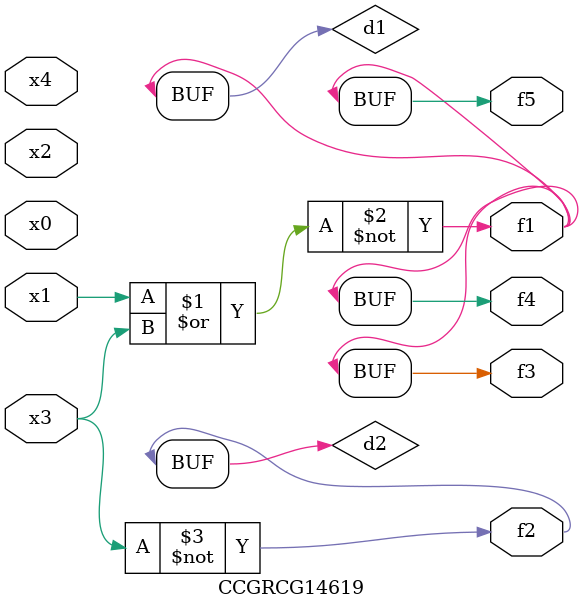
<source format=v>
module CCGRCG14619(
	input x0, x1, x2, x3, x4,
	output f1, f2, f3, f4, f5
);

	wire d1, d2;

	nor (d1, x1, x3);
	not (d2, x3);
	assign f1 = d1;
	assign f2 = d2;
	assign f3 = d1;
	assign f4 = d1;
	assign f5 = d1;
endmodule

</source>
